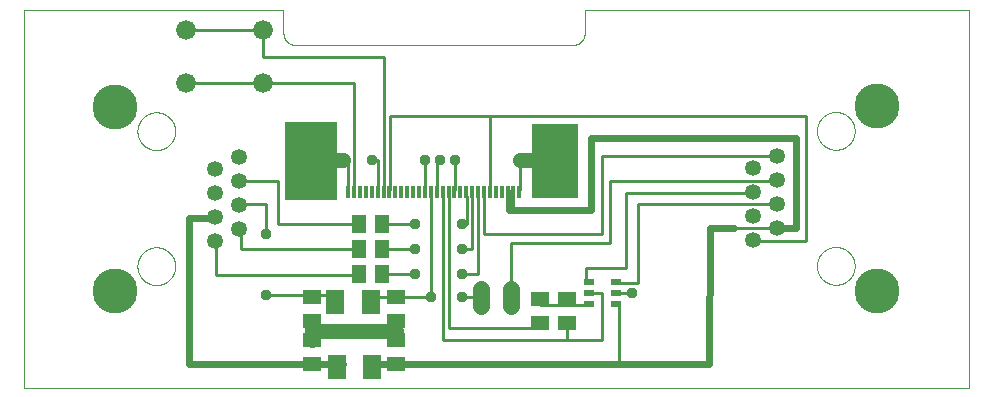
<source format=gtl>
G75*
%MOIN*%
%OFA0B0*%
%FSLAX25Y25*%
%IPPOS*%
%LPD*%
%AMOC8*
5,1,8,0,0,1.08239X$1,22.5*
%
%ADD10C,0.00000*%
%ADD11R,0.01181X0.03937*%
%ADD12R,0.15748X0.25098*%
%ADD13R,0.17224X0.26083*%
%ADD14C,0.06600*%
%ADD15R,0.05118X0.06299*%
%ADD16R,0.06299X0.05118*%
%ADD17R,0.05906X0.07874*%
%ADD18C,0.05600*%
%ADD19R,0.03543X0.02362*%
%ADD20C,0.05315*%
%ADD21R,0.03962X0.03962*%
%ADD22C,0.01000*%
%ADD23C,0.05000*%
%ADD24OC8,0.03569*%
%ADD25C,0.15000*%
%ADD26C,0.02400*%
D10*
X0001000Y0001571D02*
X0001000Y0127555D01*
X0087614Y0127555D01*
X0087614Y0119681D01*
X0087616Y0119557D01*
X0087622Y0119434D01*
X0087631Y0119310D01*
X0087645Y0119188D01*
X0087662Y0119065D01*
X0087684Y0118943D01*
X0087709Y0118822D01*
X0087738Y0118702D01*
X0087770Y0118583D01*
X0087807Y0118464D01*
X0087847Y0118347D01*
X0087890Y0118232D01*
X0087938Y0118117D01*
X0087989Y0118005D01*
X0088043Y0117894D01*
X0088101Y0117784D01*
X0088162Y0117677D01*
X0088227Y0117571D01*
X0088295Y0117468D01*
X0088366Y0117367D01*
X0088440Y0117268D01*
X0088517Y0117171D01*
X0088598Y0117077D01*
X0088681Y0116986D01*
X0088767Y0116897D01*
X0088856Y0116811D01*
X0088947Y0116728D01*
X0089041Y0116647D01*
X0089138Y0116570D01*
X0089237Y0116496D01*
X0089338Y0116425D01*
X0089441Y0116357D01*
X0089547Y0116292D01*
X0089654Y0116231D01*
X0089764Y0116173D01*
X0089875Y0116119D01*
X0089987Y0116068D01*
X0090102Y0116020D01*
X0090217Y0115977D01*
X0090334Y0115937D01*
X0090453Y0115900D01*
X0090572Y0115868D01*
X0090692Y0115839D01*
X0090813Y0115814D01*
X0090935Y0115792D01*
X0091058Y0115775D01*
X0091180Y0115761D01*
X0091304Y0115752D01*
X0091427Y0115746D01*
X0091551Y0115744D01*
X0184071Y0115744D01*
X0184195Y0115746D01*
X0184318Y0115752D01*
X0184442Y0115761D01*
X0184564Y0115775D01*
X0184687Y0115792D01*
X0184809Y0115814D01*
X0184930Y0115839D01*
X0185050Y0115868D01*
X0185169Y0115900D01*
X0185288Y0115937D01*
X0185405Y0115977D01*
X0185520Y0116020D01*
X0185635Y0116068D01*
X0185747Y0116119D01*
X0185858Y0116173D01*
X0185968Y0116231D01*
X0186075Y0116292D01*
X0186181Y0116357D01*
X0186284Y0116425D01*
X0186385Y0116496D01*
X0186484Y0116570D01*
X0186581Y0116647D01*
X0186675Y0116728D01*
X0186766Y0116811D01*
X0186855Y0116897D01*
X0186941Y0116986D01*
X0187024Y0117077D01*
X0187105Y0117171D01*
X0187182Y0117268D01*
X0187256Y0117367D01*
X0187327Y0117468D01*
X0187395Y0117571D01*
X0187460Y0117677D01*
X0187521Y0117784D01*
X0187579Y0117894D01*
X0187633Y0118005D01*
X0187684Y0118117D01*
X0187732Y0118232D01*
X0187775Y0118347D01*
X0187815Y0118464D01*
X0187852Y0118583D01*
X0187884Y0118702D01*
X0187913Y0118822D01*
X0187938Y0118943D01*
X0187960Y0119065D01*
X0187977Y0119188D01*
X0187991Y0119310D01*
X0188000Y0119434D01*
X0188006Y0119557D01*
X0188008Y0119681D01*
X0188008Y0127555D01*
X0315961Y0127555D01*
X0315961Y0001571D01*
X0001000Y0001571D01*
X0038934Y0042020D02*
X0038936Y0042178D01*
X0038942Y0042336D01*
X0038952Y0042494D01*
X0038966Y0042652D01*
X0038984Y0042809D01*
X0039005Y0042966D01*
X0039031Y0043122D01*
X0039061Y0043278D01*
X0039094Y0043433D01*
X0039132Y0043586D01*
X0039173Y0043739D01*
X0039218Y0043891D01*
X0039267Y0044042D01*
X0039320Y0044191D01*
X0039376Y0044339D01*
X0039436Y0044485D01*
X0039500Y0044630D01*
X0039568Y0044773D01*
X0039639Y0044915D01*
X0039713Y0045055D01*
X0039791Y0045192D01*
X0039873Y0045328D01*
X0039957Y0045462D01*
X0040046Y0045593D01*
X0040137Y0045722D01*
X0040232Y0045849D01*
X0040329Y0045974D01*
X0040430Y0046096D01*
X0040534Y0046215D01*
X0040641Y0046332D01*
X0040751Y0046446D01*
X0040864Y0046557D01*
X0040979Y0046666D01*
X0041097Y0046771D01*
X0041218Y0046873D01*
X0041341Y0046973D01*
X0041467Y0047069D01*
X0041595Y0047162D01*
X0041725Y0047252D01*
X0041858Y0047338D01*
X0041993Y0047422D01*
X0042129Y0047501D01*
X0042268Y0047578D01*
X0042409Y0047650D01*
X0042551Y0047720D01*
X0042695Y0047785D01*
X0042841Y0047847D01*
X0042988Y0047905D01*
X0043137Y0047960D01*
X0043287Y0048011D01*
X0043438Y0048058D01*
X0043590Y0048101D01*
X0043743Y0048140D01*
X0043898Y0048176D01*
X0044053Y0048207D01*
X0044209Y0048235D01*
X0044365Y0048259D01*
X0044522Y0048279D01*
X0044680Y0048295D01*
X0044837Y0048307D01*
X0044996Y0048315D01*
X0045154Y0048319D01*
X0045312Y0048319D01*
X0045470Y0048315D01*
X0045629Y0048307D01*
X0045786Y0048295D01*
X0045944Y0048279D01*
X0046101Y0048259D01*
X0046257Y0048235D01*
X0046413Y0048207D01*
X0046568Y0048176D01*
X0046723Y0048140D01*
X0046876Y0048101D01*
X0047028Y0048058D01*
X0047179Y0048011D01*
X0047329Y0047960D01*
X0047478Y0047905D01*
X0047625Y0047847D01*
X0047771Y0047785D01*
X0047915Y0047720D01*
X0048057Y0047650D01*
X0048198Y0047578D01*
X0048337Y0047501D01*
X0048473Y0047422D01*
X0048608Y0047338D01*
X0048741Y0047252D01*
X0048871Y0047162D01*
X0048999Y0047069D01*
X0049125Y0046973D01*
X0049248Y0046873D01*
X0049369Y0046771D01*
X0049487Y0046666D01*
X0049602Y0046557D01*
X0049715Y0046446D01*
X0049825Y0046332D01*
X0049932Y0046215D01*
X0050036Y0046096D01*
X0050137Y0045974D01*
X0050234Y0045849D01*
X0050329Y0045722D01*
X0050420Y0045593D01*
X0050509Y0045462D01*
X0050593Y0045328D01*
X0050675Y0045192D01*
X0050753Y0045055D01*
X0050827Y0044915D01*
X0050898Y0044773D01*
X0050966Y0044630D01*
X0051030Y0044485D01*
X0051090Y0044339D01*
X0051146Y0044191D01*
X0051199Y0044042D01*
X0051248Y0043891D01*
X0051293Y0043739D01*
X0051334Y0043586D01*
X0051372Y0043433D01*
X0051405Y0043278D01*
X0051435Y0043122D01*
X0051461Y0042966D01*
X0051482Y0042809D01*
X0051500Y0042652D01*
X0051514Y0042494D01*
X0051524Y0042336D01*
X0051530Y0042178D01*
X0051532Y0042020D01*
X0051530Y0041862D01*
X0051524Y0041704D01*
X0051514Y0041546D01*
X0051500Y0041388D01*
X0051482Y0041231D01*
X0051461Y0041074D01*
X0051435Y0040918D01*
X0051405Y0040762D01*
X0051372Y0040607D01*
X0051334Y0040454D01*
X0051293Y0040301D01*
X0051248Y0040149D01*
X0051199Y0039998D01*
X0051146Y0039849D01*
X0051090Y0039701D01*
X0051030Y0039555D01*
X0050966Y0039410D01*
X0050898Y0039267D01*
X0050827Y0039125D01*
X0050753Y0038985D01*
X0050675Y0038848D01*
X0050593Y0038712D01*
X0050509Y0038578D01*
X0050420Y0038447D01*
X0050329Y0038318D01*
X0050234Y0038191D01*
X0050137Y0038066D01*
X0050036Y0037944D01*
X0049932Y0037825D01*
X0049825Y0037708D01*
X0049715Y0037594D01*
X0049602Y0037483D01*
X0049487Y0037374D01*
X0049369Y0037269D01*
X0049248Y0037167D01*
X0049125Y0037067D01*
X0048999Y0036971D01*
X0048871Y0036878D01*
X0048741Y0036788D01*
X0048608Y0036702D01*
X0048473Y0036618D01*
X0048337Y0036539D01*
X0048198Y0036462D01*
X0048057Y0036390D01*
X0047915Y0036320D01*
X0047771Y0036255D01*
X0047625Y0036193D01*
X0047478Y0036135D01*
X0047329Y0036080D01*
X0047179Y0036029D01*
X0047028Y0035982D01*
X0046876Y0035939D01*
X0046723Y0035900D01*
X0046568Y0035864D01*
X0046413Y0035833D01*
X0046257Y0035805D01*
X0046101Y0035781D01*
X0045944Y0035761D01*
X0045786Y0035745D01*
X0045629Y0035733D01*
X0045470Y0035725D01*
X0045312Y0035721D01*
X0045154Y0035721D01*
X0044996Y0035725D01*
X0044837Y0035733D01*
X0044680Y0035745D01*
X0044522Y0035761D01*
X0044365Y0035781D01*
X0044209Y0035805D01*
X0044053Y0035833D01*
X0043898Y0035864D01*
X0043743Y0035900D01*
X0043590Y0035939D01*
X0043438Y0035982D01*
X0043287Y0036029D01*
X0043137Y0036080D01*
X0042988Y0036135D01*
X0042841Y0036193D01*
X0042695Y0036255D01*
X0042551Y0036320D01*
X0042409Y0036390D01*
X0042268Y0036462D01*
X0042129Y0036539D01*
X0041993Y0036618D01*
X0041858Y0036702D01*
X0041725Y0036788D01*
X0041595Y0036878D01*
X0041467Y0036971D01*
X0041341Y0037067D01*
X0041218Y0037167D01*
X0041097Y0037269D01*
X0040979Y0037374D01*
X0040864Y0037483D01*
X0040751Y0037594D01*
X0040641Y0037708D01*
X0040534Y0037825D01*
X0040430Y0037944D01*
X0040329Y0038066D01*
X0040232Y0038191D01*
X0040137Y0038318D01*
X0040046Y0038447D01*
X0039957Y0038578D01*
X0039873Y0038712D01*
X0039791Y0038848D01*
X0039713Y0038985D01*
X0039639Y0039125D01*
X0039568Y0039267D01*
X0039500Y0039410D01*
X0039436Y0039555D01*
X0039376Y0039701D01*
X0039320Y0039849D01*
X0039267Y0039998D01*
X0039218Y0040149D01*
X0039173Y0040301D01*
X0039132Y0040454D01*
X0039094Y0040607D01*
X0039061Y0040762D01*
X0039031Y0040918D01*
X0039005Y0041074D01*
X0038984Y0041231D01*
X0038966Y0041388D01*
X0038952Y0041546D01*
X0038942Y0041704D01*
X0038936Y0041862D01*
X0038934Y0042020D01*
X0038934Y0087020D02*
X0038936Y0087178D01*
X0038942Y0087336D01*
X0038952Y0087494D01*
X0038966Y0087652D01*
X0038984Y0087809D01*
X0039005Y0087966D01*
X0039031Y0088122D01*
X0039061Y0088278D01*
X0039094Y0088433D01*
X0039132Y0088586D01*
X0039173Y0088739D01*
X0039218Y0088891D01*
X0039267Y0089042D01*
X0039320Y0089191D01*
X0039376Y0089339D01*
X0039436Y0089485D01*
X0039500Y0089630D01*
X0039568Y0089773D01*
X0039639Y0089915D01*
X0039713Y0090055D01*
X0039791Y0090192D01*
X0039873Y0090328D01*
X0039957Y0090462D01*
X0040046Y0090593D01*
X0040137Y0090722D01*
X0040232Y0090849D01*
X0040329Y0090974D01*
X0040430Y0091096D01*
X0040534Y0091215D01*
X0040641Y0091332D01*
X0040751Y0091446D01*
X0040864Y0091557D01*
X0040979Y0091666D01*
X0041097Y0091771D01*
X0041218Y0091873D01*
X0041341Y0091973D01*
X0041467Y0092069D01*
X0041595Y0092162D01*
X0041725Y0092252D01*
X0041858Y0092338D01*
X0041993Y0092422D01*
X0042129Y0092501D01*
X0042268Y0092578D01*
X0042409Y0092650D01*
X0042551Y0092720D01*
X0042695Y0092785D01*
X0042841Y0092847D01*
X0042988Y0092905D01*
X0043137Y0092960D01*
X0043287Y0093011D01*
X0043438Y0093058D01*
X0043590Y0093101D01*
X0043743Y0093140D01*
X0043898Y0093176D01*
X0044053Y0093207D01*
X0044209Y0093235D01*
X0044365Y0093259D01*
X0044522Y0093279D01*
X0044680Y0093295D01*
X0044837Y0093307D01*
X0044996Y0093315D01*
X0045154Y0093319D01*
X0045312Y0093319D01*
X0045470Y0093315D01*
X0045629Y0093307D01*
X0045786Y0093295D01*
X0045944Y0093279D01*
X0046101Y0093259D01*
X0046257Y0093235D01*
X0046413Y0093207D01*
X0046568Y0093176D01*
X0046723Y0093140D01*
X0046876Y0093101D01*
X0047028Y0093058D01*
X0047179Y0093011D01*
X0047329Y0092960D01*
X0047478Y0092905D01*
X0047625Y0092847D01*
X0047771Y0092785D01*
X0047915Y0092720D01*
X0048057Y0092650D01*
X0048198Y0092578D01*
X0048337Y0092501D01*
X0048473Y0092422D01*
X0048608Y0092338D01*
X0048741Y0092252D01*
X0048871Y0092162D01*
X0048999Y0092069D01*
X0049125Y0091973D01*
X0049248Y0091873D01*
X0049369Y0091771D01*
X0049487Y0091666D01*
X0049602Y0091557D01*
X0049715Y0091446D01*
X0049825Y0091332D01*
X0049932Y0091215D01*
X0050036Y0091096D01*
X0050137Y0090974D01*
X0050234Y0090849D01*
X0050329Y0090722D01*
X0050420Y0090593D01*
X0050509Y0090462D01*
X0050593Y0090328D01*
X0050675Y0090192D01*
X0050753Y0090055D01*
X0050827Y0089915D01*
X0050898Y0089773D01*
X0050966Y0089630D01*
X0051030Y0089485D01*
X0051090Y0089339D01*
X0051146Y0089191D01*
X0051199Y0089042D01*
X0051248Y0088891D01*
X0051293Y0088739D01*
X0051334Y0088586D01*
X0051372Y0088433D01*
X0051405Y0088278D01*
X0051435Y0088122D01*
X0051461Y0087966D01*
X0051482Y0087809D01*
X0051500Y0087652D01*
X0051514Y0087494D01*
X0051524Y0087336D01*
X0051530Y0087178D01*
X0051532Y0087020D01*
X0051530Y0086862D01*
X0051524Y0086704D01*
X0051514Y0086546D01*
X0051500Y0086388D01*
X0051482Y0086231D01*
X0051461Y0086074D01*
X0051435Y0085918D01*
X0051405Y0085762D01*
X0051372Y0085607D01*
X0051334Y0085454D01*
X0051293Y0085301D01*
X0051248Y0085149D01*
X0051199Y0084998D01*
X0051146Y0084849D01*
X0051090Y0084701D01*
X0051030Y0084555D01*
X0050966Y0084410D01*
X0050898Y0084267D01*
X0050827Y0084125D01*
X0050753Y0083985D01*
X0050675Y0083848D01*
X0050593Y0083712D01*
X0050509Y0083578D01*
X0050420Y0083447D01*
X0050329Y0083318D01*
X0050234Y0083191D01*
X0050137Y0083066D01*
X0050036Y0082944D01*
X0049932Y0082825D01*
X0049825Y0082708D01*
X0049715Y0082594D01*
X0049602Y0082483D01*
X0049487Y0082374D01*
X0049369Y0082269D01*
X0049248Y0082167D01*
X0049125Y0082067D01*
X0048999Y0081971D01*
X0048871Y0081878D01*
X0048741Y0081788D01*
X0048608Y0081702D01*
X0048473Y0081618D01*
X0048337Y0081539D01*
X0048198Y0081462D01*
X0048057Y0081390D01*
X0047915Y0081320D01*
X0047771Y0081255D01*
X0047625Y0081193D01*
X0047478Y0081135D01*
X0047329Y0081080D01*
X0047179Y0081029D01*
X0047028Y0080982D01*
X0046876Y0080939D01*
X0046723Y0080900D01*
X0046568Y0080864D01*
X0046413Y0080833D01*
X0046257Y0080805D01*
X0046101Y0080781D01*
X0045944Y0080761D01*
X0045786Y0080745D01*
X0045629Y0080733D01*
X0045470Y0080725D01*
X0045312Y0080721D01*
X0045154Y0080721D01*
X0044996Y0080725D01*
X0044837Y0080733D01*
X0044680Y0080745D01*
X0044522Y0080761D01*
X0044365Y0080781D01*
X0044209Y0080805D01*
X0044053Y0080833D01*
X0043898Y0080864D01*
X0043743Y0080900D01*
X0043590Y0080939D01*
X0043438Y0080982D01*
X0043287Y0081029D01*
X0043137Y0081080D01*
X0042988Y0081135D01*
X0042841Y0081193D01*
X0042695Y0081255D01*
X0042551Y0081320D01*
X0042409Y0081390D01*
X0042268Y0081462D01*
X0042129Y0081539D01*
X0041993Y0081618D01*
X0041858Y0081702D01*
X0041725Y0081788D01*
X0041595Y0081878D01*
X0041467Y0081971D01*
X0041341Y0082067D01*
X0041218Y0082167D01*
X0041097Y0082269D01*
X0040979Y0082374D01*
X0040864Y0082483D01*
X0040751Y0082594D01*
X0040641Y0082708D01*
X0040534Y0082825D01*
X0040430Y0082944D01*
X0040329Y0083066D01*
X0040232Y0083191D01*
X0040137Y0083318D01*
X0040046Y0083447D01*
X0039957Y0083578D01*
X0039873Y0083712D01*
X0039791Y0083848D01*
X0039713Y0083985D01*
X0039639Y0084125D01*
X0039568Y0084267D01*
X0039500Y0084410D01*
X0039436Y0084555D01*
X0039376Y0084701D01*
X0039320Y0084849D01*
X0039267Y0084998D01*
X0039218Y0085149D01*
X0039173Y0085301D01*
X0039132Y0085454D01*
X0039094Y0085607D01*
X0039061Y0085762D01*
X0039031Y0085918D01*
X0039005Y0086074D01*
X0038984Y0086231D01*
X0038966Y0086388D01*
X0038952Y0086546D01*
X0038942Y0086704D01*
X0038936Y0086862D01*
X0038934Y0087020D01*
X0265429Y0087106D02*
X0265431Y0087264D01*
X0265437Y0087422D01*
X0265447Y0087580D01*
X0265461Y0087738D01*
X0265479Y0087895D01*
X0265500Y0088052D01*
X0265526Y0088208D01*
X0265556Y0088364D01*
X0265589Y0088519D01*
X0265627Y0088672D01*
X0265668Y0088825D01*
X0265713Y0088977D01*
X0265762Y0089128D01*
X0265815Y0089277D01*
X0265871Y0089425D01*
X0265931Y0089571D01*
X0265995Y0089716D01*
X0266063Y0089859D01*
X0266134Y0090001D01*
X0266208Y0090141D01*
X0266286Y0090278D01*
X0266368Y0090414D01*
X0266452Y0090548D01*
X0266541Y0090679D01*
X0266632Y0090808D01*
X0266727Y0090935D01*
X0266824Y0091060D01*
X0266925Y0091182D01*
X0267029Y0091301D01*
X0267136Y0091418D01*
X0267246Y0091532D01*
X0267359Y0091643D01*
X0267474Y0091752D01*
X0267592Y0091857D01*
X0267713Y0091959D01*
X0267836Y0092059D01*
X0267962Y0092155D01*
X0268090Y0092248D01*
X0268220Y0092338D01*
X0268353Y0092424D01*
X0268488Y0092508D01*
X0268624Y0092587D01*
X0268763Y0092664D01*
X0268904Y0092736D01*
X0269046Y0092806D01*
X0269190Y0092871D01*
X0269336Y0092933D01*
X0269483Y0092991D01*
X0269632Y0093046D01*
X0269782Y0093097D01*
X0269933Y0093144D01*
X0270085Y0093187D01*
X0270238Y0093226D01*
X0270393Y0093262D01*
X0270548Y0093293D01*
X0270704Y0093321D01*
X0270860Y0093345D01*
X0271017Y0093365D01*
X0271175Y0093381D01*
X0271332Y0093393D01*
X0271491Y0093401D01*
X0271649Y0093405D01*
X0271807Y0093405D01*
X0271965Y0093401D01*
X0272124Y0093393D01*
X0272281Y0093381D01*
X0272439Y0093365D01*
X0272596Y0093345D01*
X0272752Y0093321D01*
X0272908Y0093293D01*
X0273063Y0093262D01*
X0273218Y0093226D01*
X0273371Y0093187D01*
X0273523Y0093144D01*
X0273674Y0093097D01*
X0273824Y0093046D01*
X0273973Y0092991D01*
X0274120Y0092933D01*
X0274266Y0092871D01*
X0274410Y0092806D01*
X0274552Y0092736D01*
X0274693Y0092664D01*
X0274832Y0092587D01*
X0274968Y0092508D01*
X0275103Y0092424D01*
X0275236Y0092338D01*
X0275366Y0092248D01*
X0275494Y0092155D01*
X0275620Y0092059D01*
X0275743Y0091959D01*
X0275864Y0091857D01*
X0275982Y0091752D01*
X0276097Y0091643D01*
X0276210Y0091532D01*
X0276320Y0091418D01*
X0276427Y0091301D01*
X0276531Y0091182D01*
X0276632Y0091060D01*
X0276729Y0090935D01*
X0276824Y0090808D01*
X0276915Y0090679D01*
X0277004Y0090548D01*
X0277088Y0090414D01*
X0277170Y0090278D01*
X0277248Y0090141D01*
X0277322Y0090001D01*
X0277393Y0089859D01*
X0277461Y0089716D01*
X0277525Y0089571D01*
X0277585Y0089425D01*
X0277641Y0089277D01*
X0277694Y0089128D01*
X0277743Y0088977D01*
X0277788Y0088825D01*
X0277829Y0088672D01*
X0277867Y0088519D01*
X0277900Y0088364D01*
X0277930Y0088208D01*
X0277956Y0088052D01*
X0277977Y0087895D01*
X0277995Y0087738D01*
X0278009Y0087580D01*
X0278019Y0087422D01*
X0278025Y0087264D01*
X0278027Y0087106D01*
X0278025Y0086948D01*
X0278019Y0086790D01*
X0278009Y0086632D01*
X0277995Y0086474D01*
X0277977Y0086317D01*
X0277956Y0086160D01*
X0277930Y0086004D01*
X0277900Y0085848D01*
X0277867Y0085693D01*
X0277829Y0085540D01*
X0277788Y0085387D01*
X0277743Y0085235D01*
X0277694Y0085084D01*
X0277641Y0084935D01*
X0277585Y0084787D01*
X0277525Y0084641D01*
X0277461Y0084496D01*
X0277393Y0084353D01*
X0277322Y0084211D01*
X0277248Y0084071D01*
X0277170Y0083934D01*
X0277088Y0083798D01*
X0277004Y0083664D01*
X0276915Y0083533D01*
X0276824Y0083404D01*
X0276729Y0083277D01*
X0276632Y0083152D01*
X0276531Y0083030D01*
X0276427Y0082911D01*
X0276320Y0082794D01*
X0276210Y0082680D01*
X0276097Y0082569D01*
X0275982Y0082460D01*
X0275864Y0082355D01*
X0275743Y0082253D01*
X0275620Y0082153D01*
X0275494Y0082057D01*
X0275366Y0081964D01*
X0275236Y0081874D01*
X0275103Y0081788D01*
X0274968Y0081704D01*
X0274832Y0081625D01*
X0274693Y0081548D01*
X0274552Y0081476D01*
X0274410Y0081406D01*
X0274266Y0081341D01*
X0274120Y0081279D01*
X0273973Y0081221D01*
X0273824Y0081166D01*
X0273674Y0081115D01*
X0273523Y0081068D01*
X0273371Y0081025D01*
X0273218Y0080986D01*
X0273063Y0080950D01*
X0272908Y0080919D01*
X0272752Y0080891D01*
X0272596Y0080867D01*
X0272439Y0080847D01*
X0272281Y0080831D01*
X0272124Y0080819D01*
X0271965Y0080811D01*
X0271807Y0080807D01*
X0271649Y0080807D01*
X0271491Y0080811D01*
X0271332Y0080819D01*
X0271175Y0080831D01*
X0271017Y0080847D01*
X0270860Y0080867D01*
X0270704Y0080891D01*
X0270548Y0080919D01*
X0270393Y0080950D01*
X0270238Y0080986D01*
X0270085Y0081025D01*
X0269933Y0081068D01*
X0269782Y0081115D01*
X0269632Y0081166D01*
X0269483Y0081221D01*
X0269336Y0081279D01*
X0269190Y0081341D01*
X0269046Y0081406D01*
X0268904Y0081476D01*
X0268763Y0081548D01*
X0268624Y0081625D01*
X0268488Y0081704D01*
X0268353Y0081788D01*
X0268220Y0081874D01*
X0268090Y0081964D01*
X0267962Y0082057D01*
X0267836Y0082153D01*
X0267713Y0082253D01*
X0267592Y0082355D01*
X0267474Y0082460D01*
X0267359Y0082569D01*
X0267246Y0082680D01*
X0267136Y0082794D01*
X0267029Y0082911D01*
X0266925Y0083030D01*
X0266824Y0083152D01*
X0266727Y0083277D01*
X0266632Y0083404D01*
X0266541Y0083533D01*
X0266452Y0083664D01*
X0266368Y0083798D01*
X0266286Y0083934D01*
X0266208Y0084071D01*
X0266134Y0084211D01*
X0266063Y0084353D01*
X0265995Y0084496D01*
X0265931Y0084641D01*
X0265871Y0084787D01*
X0265815Y0084935D01*
X0265762Y0085084D01*
X0265713Y0085235D01*
X0265668Y0085387D01*
X0265627Y0085540D01*
X0265589Y0085693D01*
X0265556Y0085848D01*
X0265526Y0086004D01*
X0265500Y0086160D01*
X0265479Y0086317D01*
X0265461Y0086474D01*
X0265447Y0086632D01*
X0265437Y0086790D01*
X0265431Y0086948D01*
X0265429Y0087106D01*
X0265429Y0042106D02*
X0265431Y0042264D01*
X0265437Y0042422D01*
X0265447Y0042580D01*
X0265461Y0042738D01*
X0265479Y0042895D01*
X0265500Y0043052D01*
X0265526Y0043208D01*
X0265556Y0043364D01*
X0265589Y0043519D01*
X0265627Y0043672D01*
X0265668Y0043825D01*
X0265713Y0043977D01*
X0265762Y0044128D01*
X0265815Y0044277D01*
X0265871Y0044425D01*
X0265931Y0044571D01*
X0265995Y0044716D01*
X0266063Y0044859D01*
X0266134Y0045001D01*
X0266208Y0045141D01*
X0266286Y0045278D01*
X0266368Y0045414D01*
X0266452Y0045548D01*
X0266541Y0045679D01*
X0266632Y0045808D01*
X0266727Y0045935D01*
X0266824Y0046060D01*
X0266925Y0046182D01*
X0267029Y0046301D01*
X0267136Y0046418D01*
X0267246Y0046532D01*
X0267359Y0046643D01*
X0267474Y0046752D01*
X0267592Y0046857D01*
X0267713Y0046959D01*
X0267836Y0047059D01*
X0267962Y0047155D01*
X0268090Y0047248D01*
X0268220Y0047338D01*
X0268353Y0047424D01*
X0268488Y0047508D01*
X0268624Y0047587D01*
X0268763Y0047664D01*
X0268904Y0047736D01*
X0269046Y0047806D01*
X0269190Y0047871D01*
X0269336Y0047933D01*
X0269483Y0047991D01*
X0269632Y0048046D01*
X0269782Y0048097D01*
X0269933Y0048144D01*
X0270085Y0048187D01*
X0270238Y0048226D01*
X0270393Y0048262D01*
X0270548Y0048293D01*
X0270704Y0048321D01*
X0270860Y0048345D01*
X0271017Y0048365D01*
X0271175Y0048381D01*
X0271332Y0048393D01*
X0271491Y0048401D01*
X0271649Y0048405D01*
X0271807Y0048405D01*
X0271965Y0048401D01*
X0272124Y0048393D01*
X0272281Y0048381D01*
X0272439Y0048365D01*
X0272596Y0048345D01*
X0272752Y0048321D01*
X0272908Y0048293D01*
X0273063Y0048262D01*
X0273218Y0048226D01*
X0273371Y0048187D01*
X0273523Y0048144D01*
X0273674Y0048097D01*
X0273824Y0048046D01*
X0273973Y0047991D01*
X0274120Y0047933D01*
X0274266Y0047871D01*
X0274410Y0047806D01*
X0274552Y0047736D01*
X0274693Y0047664D01*
X0274832Y0047587D01*
X0274968Y0047508D01*
X0275103Y0047424D01*
X0275236Y0047338D01*
X0275366Y0047248D01*
X0275494Y0047155D01*
X0275620Y0047059D01*
X0275743Y0046959D01*
X0275864Y0046857D01*
X0275982Y0046752D01*
X0276097Y0046643D01*
X0276210Y0046532D01*
X0276320Y0046418D01*
X0276427Y0046301D01*
X0276531Y0046182D01*
X0276632Y0046060D01*
X0276729Y0045935D01*
X0276824Y0045808D01*
X0276915Y0045679D01*
X0277004Y0045548D01*
X0277088Y0045414D01*
X0277170Y0045278D01*
X0277248Y0045141D01*
X0277322Y0045001D01*
X0277393Y0044859D01*
X0277461Y0044716D01*
X0277525Y0044571D01*
X0277585Y0044425D01*
X0277641Y0044277D01*
X0277694Y0044128D01*
X0277743Y0043977D01*
X0277788Y0043825D01*
X0277829Y0043672D01*
X0277867Y0043519D01*
X0277900Y0043364D01*
X0277930Y0043208D01*
X0277956Y0043052D01*
X0277977Y0042895D01*
X0277995Y0042738D01*
X0278009Y0042580D01*
X0278019Y0042422D01*
X0278025Y0042264D01*
X0278027Y0042106D01*
X0278025Y0041948D01*
X0278019Y0041790D01*
X0278009Y0041632D01*
X0277995Y0041474D01*
X0277977Y0041317D01*
X0277956Y0041160D01*
X0277930Y0041004D01*
X0277900Y0040848D01*
X0277867Y0040693D01*
X0277829Y0040540D01*
X0277788Y0040387D01*
X0277743Y0040235D01*
X0277694Y0040084D01*
X0277641Y0039935D01*
X0277585Y0039787D01*
X0277525Y0039641D01*
X0277461Y0039496D01*
X0277393Y0039353D01*
X0277322Y0039211D01*
X0277248Y0039071D01*
X0277170Y0038934D01*
X0277088Y0038798D01*
X0277004Y0038664D01*
X0276915Y0038533D01*
X0276824Y0038404D01*
X0276729Y0038277D01*
X0276632Y0038152D01*
X0276531Y0038030D01*
X0276427Y0037911D01*
X0276320Y0037794D01*
X0276210Y0037680D01*
X0276097Y0037569D01*
X0275982Y0037460D01*
X0275864Y0037355D01*
X0275743Y0037253D01*
X0275620Y0037153D01*
X0275494Y0037057D01*
X0275366Y0036964D01*
X0275236Y0036874D01*
X0275103Y0036788D01*
X0274968Y0036704D01*
X0274832Y0036625D01*
X0274693Y0036548D01*
X0274552Y0036476D01*
X0274410Y0036406D01*
X0274266Y0036341D01*
X0274120Y0036279D01*
X0273973Y0036221D01*
X0273824Y0036166D01*
X0273674Y0036115D01*
X0273523Y0036068D01*
X0273371Y0036025D01*
X0273218Y0035986D01*
X0273063Y0035950D01*
X0272908Y0035919D01*
X0272752Y0035891D01*
X0272596Y0035867D01*
X0272439Y0035847D01*
X0272281Y0035831D01*
X0272124Y0035819D01*
X0271965Y0035811D01*
X0271807Y0035807D01*
X0271649Y0035807D01*
X0271491Y0035811D01*
X0271332Y0035819D01*
X0271175Y0035831D01*
X0271017Y0035847D01*
X0270860Y0035867D01*
X0270704Y0035891D01*
X0270548Y0035919D01*
X0270393Y0035950D01*
X0270238Y0035986D01*
X0270085Y0036025D01*
X0269933Y0036068D01*
X0269782Y0036115D01*
X0269632Y0036166D01*
X0269483Y0036221D01*
X0269336Y0036279D01*
X0269190Y0036341D01*
X0269046Y0036406D01*
X0268904Y0036476D01*
X0268763Y0036548D01*
X0268624Y0036625D01*
X0268488Y0036704D01*
X0268353Y0036788D01*
X0268220Y0036874D01*
X0268090Y0036964D01*
X0267962Y0037057D01*
X0267836Y0037153D01*
X0267713Y0037253D01*
X0267592Y0037355D01*
X0267474Y0037460D01*
X0267359Y0037569D01*
X0267246Y0037680D01*
X0267136Y0037794D01*
X0267029Y0037911D01*
X0266925Y0038030D01*
X0266824Y0038152D01*
X0266727Y0038277D01*
X0266632Y0038404D01*
X0266541Y0038533D01*
X0266452Y0038664D01*
X0266368Y0038798D01*
X0266286Y0038934D01*
X0266208Y0039071D01*
X0266134Y0039211D01*
X0266063Y0039353D01*
X0265995Y0039496D01*
X0265931Y0039641D01*
X0265871Y0039787D01*
X0265815Y0039935D01*
X0265762Y0040084D01*
X0265713Y0040235D01*
X0265668Y0040387D01*
X0265627Y0040540D01*
X0265589Y0040693D01*
X0265556Y0040848D01*
X0265526Y0041004D01*
X0265500Y0041160D01*
X0265479Y0041317D01*
X0265461Y0041474D01*
X0265447Y0041632D01*
X0265437Y0041790D01*
X0265431Y0041948D01*
X0265429Y0042106D01*
D11*
X0166247Y0066767D03*
X0164279Y0066767D03*
X0162310Y0066767D03*
X0160342Y0066767D03*
X0158373Y0066767D03*
X0156405Y0066767D03*
X0154436Y0066767D03*
X0152468Y0066767D03*
X0150499Y0066767D03*
X0148531Y0066767D03*
X0146562Y0066767D03*
X0144594Y0066767D03*
X0142625Y0066767D03*
X0140657Y0066767D03*
X0138688Y0066767D03*
X0136720Y0066767D03*
X0134751Y0066767D03*
X0132783Y0066767D03*
X0130814Y0066767D03*
X0128846Y0066767D03*
X0126877Y0066767D03*
X0124909Y0066767D03*
X0122940Y0066767D03*
X0120972Y0066767D03*
X0119003Y0066767D03*
X0117035Y0066767D03*
X0115066Y0066767D03*
X0113098Y0066767D03*
X0111129Y0066767D03*
X0109161Y0066767D03*
D12*
X0178165Y0077112D03*
D13*
X0096719Y0077112D03*
D14*
X0080724Y0102949D03*
X0055134Y0102949D03*
X0055134Y0120665D03*
X0080724Y0120665D03*
D15*
X0112713Y0056197D03*
X0120587Y0056197D03*
X0120587Y0047831D03*
X0112713Y0047831D03*
X0112713Y0039465D03*
X0120587Y0039465D03*
D16*
X0125016Y0031591D03*
X0125016Y0023717D03*
X0125016Y0017319D03*
X0125016Y0009445D03*
X0096965Y0009445D03*
X0096965Y0017319D03*
X0096965Y0023717D03*
X0096965Y0031591D03*
X0173244Y0031098D03*
X0182102Y0031098D03*
X0182102Y0023224D03*
X0173244Y0023224D03*
D17*
X0116650Y0030114D03*
X0104839Y0030114D03*
X0105331Y0008461D03*
X0117142Y0008461D03*
D18*
X0153480Y0028791D02*
X0153480Y0034391D01*
X0163480Y0034391D02*
X0163480Y0028791D01*
D19*
X0189386Y0029327D03*
X0189386Y0033067D03*
X0189386Y0036807D03*
X0198441Y0036807D03*
X0198441Y0033067D03*
X0198441Y0029327D03*
D20*
X0244028Y0050606D03*
X0252028Y0054606D03*
X0244028Y0058606D03*
X0252028Y0062606D03*
X0244028Y0066606D03*
X0252028Y0070606D03*
X0244028Y0074606D03*
X0252028Y0078606D03*
X0072933Y0078520D03*
X0064933Y0074520D03*
X0072933Y0070520D03*
X0064933Y0066520D03*
X0072933Y0062520D03*
X0064933Y0058520D03*
X0072933Y0054520D03*
X0064933Y0050520D03*
D21*
X0072850Y0078539D03*
X0244110Y0050587D03*
D22*
X0244110Y0050291D02*
X0261827Y0050291D01*
X0261827Y0092122D01*
X0156512Y0092122D01*
X0156512Y0067516D01*
X0154543Y0066531D02*
X0154543Y0052752D01*
X0193913Y0052752D01*
X0193913Y0078835D01*
X0251984Y0078835D01*
X0251984Y0070469D02*
X0196374Y0070469D01*
X0196374Y0049799D01*
X0163402Y0049799D01*
X0163402Y0031591D01*
X0153559Y0031591D02*
X0147161Y0031591D01*
X0136827Y0031591D02*
X0115665Y0031591D01*
X0115665Y0030606D01*
X0106807Y0032575D02*
X0081709Y0032575D01*
X0064976Y0038972D02*
X0064976Y0049799D01*
X0073343Y0047831D02*
X0073343Y0053736D01*
X0073343Y0054228D01*
X0081709Y0052752D02*
X0081709Y0062594D01*
X0072850Y0062594D01*
X0085646Y0056197D02*
X0085646Y0070469D01*
X0073343Y0070469D01*
X0085646Y0056197D02*
X0112220Y0056197D01*
X0122063Y0056197D02*
X0131413Y0056197D01*
X0147161Y0056197D02*
X0148638Y0056197D01*
X0148638Y0065547D01*
X0150606Y0066039D02*
X0150606Y0047831D01*
X0147161Y0047831D01*
X0131413Y0047831D02*
X0122555Y0047831D01*
X0112713Y0047831D02*
X0073343Y0047831D01*
X0064976Y0038972D02*
X0112713Y0038972D01*
X0121571Y0039465D02*
X0131413Y0039465D01*
X0147161Y0039465D02*
X0152575Y0039465D01*
X0152575Y0065547D01*
X0144701Y0067516D02*
X0144701Y0077358D01*
X0139780Y0077358D02*
X0138795Y0077358D01*
X0138795Y0067516D01*
X0136827Y0066531D02*
X0136827Y0031591D01*
X0125016Y0023224D02*
X0124524Y0023224D01*
X0140764Y0017319D02*
X0182102Y0017319D01*
X0182102Y0022240D01*
X0173244Y0021256D02*
X0142732Y0021256D01*
X0142732Y0066531D01*
X0140764Y0066531D02*
X0140764Y0017319D01*
X0173244Y0029130D02*
X0189484Y0029130D01*
X0189484Y0033067D02*
X0193913Y0033067D01*
X0193913Y0017319D01*
X0182102Y0017319D01*
X0199327Y0008953D02*
X0199327Y0029130D01*
X0198835Y0033067D02*
X0203756Y0033067D01*
X0205724Y0036512D02*
X0198343Y0036512D01*
X0205724Y0036512D02*
X0205724Y0062594D01*
X0251984Y0062594D01*
X0244110Y0066531D02*
X0201787Y0066531D01*
X0201787Y0041433D01*
X0188500Y0041433D01*
X0188500Y0037004D01*
X0237713Y0054720D02*
X0251984Y0054720D01*
X0166354Y0067516D02*
X0166354Y0077358D01*
X0134858Y0077358D02*
X0134858Y0067516D01*
X0123047Y0067516D02*
X0123047Y0092122D01*
X0156512Y0092122D01*
X0119110Y0077358D02*
X0117142Y0077358D01*
X0119110Y0077358D02*
X0119110Y0068008D01*
X0121079Y0067024D02*
X0121079Y0111807D01*
X0080724Y0111807D01*
X0080724Y0120665D01*
X0056118Y0120665D01*
X0054642Y0102949D02*
X0111236Y0102949D01*
X0111236Y0067516D01*
X0109268Y0067516D02*
X0109268Y0077358D01*
X0107299Y0077358D01*
X0162909Y0060626D02*
X0163402Y0060626D01*
D23*
X0166354Y0077358D02*
X0173736Y0077358D01*
X0107299Y0077358D02*
X0101886Y0077358D01*
X0096965Y0023224D02*
X0096965Y0017319D01*
X0098441Y0020272D01*
X0125016Y0020272D01*
D24*
X0117142Y0020272D03*
X0106807Y0020272D03*
X0136827Y0031591D03*
X0147161Y0031591D03*
X0147161Y0039465D03*
X0131413Y0039465D03*
X0131413Y0047831D03*
X0147161Y0047831D03*
X0147161Y0056197D03*
X0131413Y0056197D03*
X0081709Y0052752D03*
X0081709Y0032575D03*
X0107299Y0077358D03*
X0117142Y0077358D03*
X0134858Y0077358D03*
X0139780Y0077358D03*
X0144701Y0077358D03*
X0166354Y0077358D03*
X0203756Y0033067D03*
D25*
X0285528Y0033906D03*
X0285528Y0095306D03*
X0031433Y0095220D03*
X0031433Y0033820D03*
D26*
X0056118Y0058165D02*
X0056118Y0009445D01*
X0107299Y0009445D01*
X0118126Y0009445D02*
X0229346Y0009445D01*
X0229839Y0054720D01*
X0237713Y0054720D01*
X0251984Y0054720D02*
X0258382Y0054720D01*
X0258382Y0084740D01*
X0189976Y0084740D01*
X0189976Y0060626D01*
X0163402Y0060626D01*
X0163402Y0066039D01*
X0162909Y0066531D02*
X0162909Y0060626D01*
X0064976Y0058165D02*
X0056118Y0058165D01*
M02*

</source>
